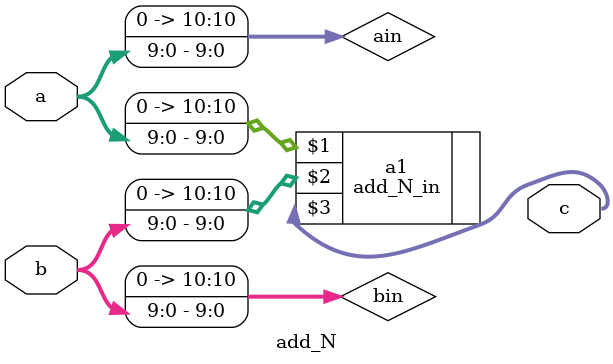
<source format=v>
module add_N (a,b,c);
parameter N=10;
input [N-1:0] a,b;
output [N:0] c;
wire [N:0] ain = {1'b0,a};
wire [N:0] bin = {1'b0,b};
add_N_in #(.N(N)) a1 (ain,bin,c);
endmodule
</source>
